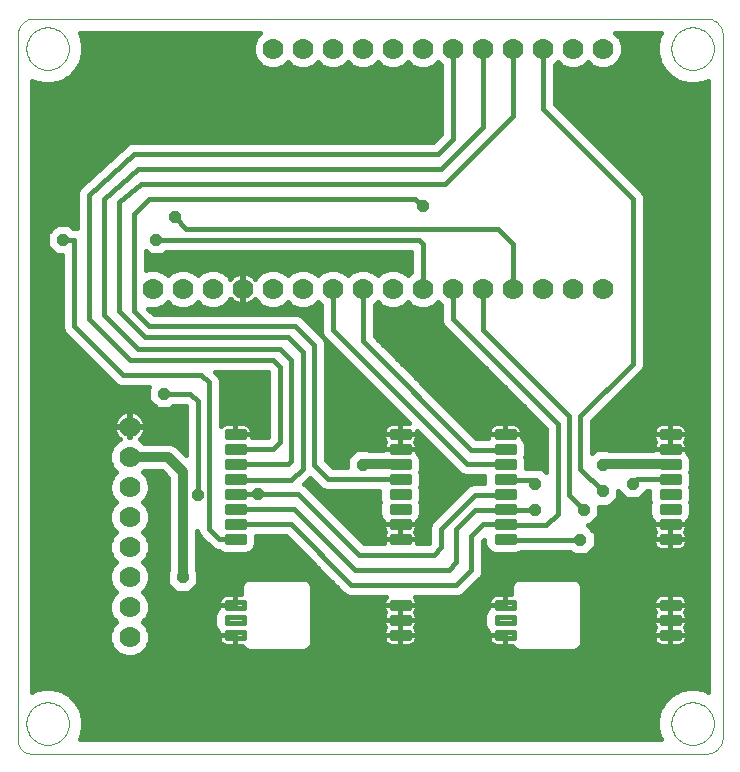
<source format=gtl>
G75*
G70*
%OFA0B0*%
%FSLAX24Y24*%
%IPPOS*%
%LPD*%
%AMOC8*
5,1,8,0,0,1.08239X$1,22.5*
%
%ADD10C,0.0000*%
%ADD11C,0.0700*%
%ADD12C,0.0177*%
%ADD13C,0.0320*%
%ADD14OC8,0.0396*%
%ADD15C,0.0160*%
D10*
X001631Y002180D02*
X024150Y002180D01*
X024194Y002182D01*
X024237Y002187D01*
X024280Y002196D01*
X024322Y002209D01*
X024363Y002225D01*
X024402Y002244D01*
X024440Y002266D01*
X024476Y002292D01*
X024509Y002320D01*
X024540Y002351D01*
X024568Y002384D01*
X024594Y002420D01*
X024616Y002458D01*
X024635Y002497D01*
X024651Y002538D01*
X024664Y002580D01*
X024673Y002623D01*
X024678Y002666D01*
X024680Y002710D01*
X024680Y026150D01*
X024678Y026194D01*
X024673Y026237D01*
X024664Y026280D01*
X024651Y026322D01*
X024635Y026363D01*
X024616Y026402D01*
X024594Y026440D01*
X024568Y026476D01*
X024540Y026509D01*
X024509Y026540D01*
X024476Y026568D01*
X024440Y026594D01*
X024402Y026616D01*
X024363Y026635D01*
X024322Y026651D01*
X024280Y026664D01*
X024237Y026673D01*
X024194Y026678D01*
X024150Y026680D01*
X001710Y026680D01*
X001666Y026678D01*
X001623Y026673D01*
X001580Y026664D01*
X001538Y026651D01*
X001497Y026635D01*
X001458Y026616D01*
X001420Y026594D01*
X001384Y026568D01*
X001351Y026540D01*
X001320Y026509D01*
X001292Y026476D01*
X001266Y026440D01*
X001244Y026402D01*
X001225Y026363D01*
X001209Y026322D01*
X001196Y026280D01*
X001187Y026237D01*
X001182Y026194D01*
X001180Y026150D01*
X001180Y002631D01*
X001182Y002589D01*
X001188Y002548D01*
X001197Y002508D01*
X001210Y002468D01*
X001227Y002430D01*
X001248Y002394D01*
X001271Y002359D01*
X001298Y002327D01*
X001327Y002298D01*
X001359Y002271D01*
X001394Y002248D01*
X001430Y002227D01*
X001468Y002210D01*
X001508Y002197D01*
X001548Y002188D01*
X001589Y002182D01*
X001631Y002180D01*
X001473Y003180D02*
X001475Y003233D01*
X001481Y003285D01*
X001491Y003337D01*
X001504Y003388D01*
X001522Y003438D01*
X001543Y003487D01*
X001568Y003534D01*
X001596Y003578D01*
X001627Y003621D01*
X001662Y003661D01*
X001699Y003698D01*
X001739Y003733D01*
X001782Y003764D01*
X001827Y003792D01*
X001873Y003817D01*
X001922Y003838D01*
X001972Y003856D01*
X002023Y003869D01*
X002075Y003879D01*
X002127Y003885D01*
X002180Y003887D01*
X002233Y003885D01*
X002285Y003879D01*
X002337Y003869D01*
X002388Y003856D01*
X002438Y003838D01*
X002487Y003817D01*
X002534Y003792D01*
X002578Y003764D01*
X002621Y003733D01*
X002661Y003698D01*
X002698Y003661D01*
X002733Y003621D01*
X002764Y003578D01*
X002792Y003533D01*
X002817Y003487D01*
X002838Y003438D01*
X002856Y003388D01*
X002869Y003337D01*
X002879Y003285D01*
X002885Y003233D01*
X002887Y003180D01*
X002885Y003127D01*
X002879Y003075D01*
X002869Y003023D01*
X002856Y002972D01*
X002838Y002922D01*
X002817Y002873D01*
X002792Y002826D01*
X002764Y002782D01*
X002733Y002739D01*
X002698Y002699D01*
X002661Y002662D01*
X002621Y002627D01*
X002578Y002596D01*
X002533Y002568D01*
X002487Y002543D01*
X002438Y002522D01*
X002388Y002504D01*
X002337Y002491D01*
X002285Y002481D01*
X002233Y002475D01*
X002180Y002473D01*
X002127Y002475D01*
X002075Y002481D01*
X002023Y002491D01*
X001972Y002504D01*
X001922Y002522D01*
X001873Y002543D01*
X001826Y002568D01*
X001782Y002596D01*
X001739Y002627D01*
X001699Y002662D01*
X001662Y002699D01*
X001627Y002739D01*
X001596Y002782D01*
X001568Y002827D01*
X001543Y002873D01*
X001522Y002922D01*
X001504Y002972D01*
X001491Y003023D01*
X001481Y003075D01*
X001475Y003127D01*
X001473Y003180D01*
X001473Y025680D02*
X001475Y025733D01*
X001481Y025785D01*
X001491Y025837D01*
X001504Y025888D01*
X001522Y025938D01*
X001543Y025987D01*
X001568Y026034D01*
X001596Y026078D01*
X001627Y026121D01*
X001662Y026161D01*
X001699Y026198D01*
X001739Y026233D01*
X001782Y026264D01*
X001827Y026292D01*
X001873Y026317D01*
X001922Y026338D01*
X001972Y026356D01*
X002023Y026369D01*
X002075Y026379D01*
X002127Y026385D01*
X002180Y026387D01*
X002233Y026385D01*
X002285Y026379D01*
X002337Y026369D01*
X002388Y026356D01*
X002438Y026338D01*
X002487Y026317D01*
X002534Y026292D01*
X002578Y026264D01*
X002621Y026233D01*
X002661Y026198D01*
X002698Y026161D01*
X002733Y026121D01*
X002764Y026078D01*
X002792Y026033D01*
X002817Y025987D01*
X002838Y025938D01*
X002856Y025888D01*
X002869Y025837D01*
X002879Y025785D01*
X002885Y025733D01*
X002887Y025680D01*
X002885Y025627D01*
X002879Y025575D01*
X002869Y025523D01*
X002856Y025472D01*
X002838Y025422D01*
X002817Y025373D01*
X002792Y025326D01*
X002764Y025282D01*
X002733Y025239D01*
X002698Y025199D01*
X002661Y025162D01*
X002621Y025127D01*
X002578Y025096D01*
X002533Y025068D01*
X002487Y025043D01*
X002438Y025022D01*
X002388Y025004D01*
X002337Y024991D01*
X002285Y024981D01*
X002233Y024975D01*
X002180Y024973D01*
X002127Y024975D01*
X002075Y024981D01*
X002023Y024991D01*
X001972Y025004D01*
X001922Y025022D01*
X001873Y025043D01*
X001826Y025068D01*
X001782Y025096D01*
X001739Y025127D01*
X001699Y025162D01*
X001662Y025199D01*
X001627Y025239D01*
X001596Y025282D01*
X001568Y025327D01*
X001543Y025373D01*
X001522Y025422D01*
X001504Y025472D01*
X001491Y025523D01*
X001481Y025575D01*
X001475Y025627D01*
X001473Y025680D01*
X022973Y025680D02*
X022975Y025733D01*
X022981Y025785D01*
X022991Y025837D01*
X023004Y025888D01*
X023022Y025938D01*
X023043Y025987D01*
X023068Y026034D01*
X023096Y026078D01*
X023127Y026121D01*
X023162Y026161D01*
X023199Y026198D01*
X023239Y026233D01*
X023282Y026264D01*
X023327Y026292D01*
X023373Y026317D01*
X023422Y026338D01*
X023472Y026356D01*
X023523Y026369D01*
X023575Y026379D01*
X023627Y026385D01*
X023680Y026387D01*
X023733Y026385D01*
X023785Y026379D01*
X023837Y026369D01*
X023888Y026356D01*
X023938Y026338D01*
X023987Y026317D01*
X024034Y026292D01*
X024078Y026264D01*
X024121Y026233D01*
X024161Y026198D01*
X024198Y026161D01*
X024233Y026121D01*
X024264Y026078D01*
X024292Y026033D01*
X024317Y025987D01*
X024338Y025938D01*
X024356Y025888D01*
X024369Y025837D01*
X024379Y025785D01*
X024385Y025733D01*
X024387Y025680D01*
X024385Y025627D01*
X024379Y025575D01*
X024369Y025523D01*
X024356Y025472D01*
X024338Y025422D01*
X024317Y025373D01*
X024292Y025326D01*
X024264Y025282D01*
X024233Y025239D01*
X024198Y025199D01*
X024161Y025162D01*
X024121Y025127D01*
X024078Y025096D01*
X024033Y025068D01*
X023987Y025043D01*
X023938Y025022D01*
X023888Y025004D01*
X023837Y024991D01*
X023785Y024981D01*
X023733Y024975D01*
X023680Y024973D01*
X023627Y024975D01*
X023575Y024981D01*
X023523Y024991D01*
X023472Y025004D01*
X023422Y025022D01*
X023373Y025043D01*
X023326Y025068D01*
X023282Y025096D01*
X023239Y025127D01*
X023199Y025162D01*
X023162Y025199D01*
X023127Y025239D01*
X023096Y025282D01*
X023068Y025327D01*
X023043Y025373D01*
X023022Y025422D01*
X023004Y025472D01*
X022991Y025523D01*
X022981Y025575D01*
X022975Y025627D01*
X022973Y025680D01*
X022973Y003180D02*
X022975Y003233D01*
X022981Y003285D01*
X022991Y003337D01*
X023004Y003388D01*
X023022Y003438D01*
X023043Y003487D01*
X023068Y003534D01*
X023096Y003578D01*
X023127Y003621D01*
X023162Y003661D01*
X023199Y003698D01*
X023239Y003733D01*
X023282Y003764D01*
X023327Y003792D01*
X023373Y003817D01*
X023422Y003838D01*
X023472Y003856D01*
X023523Y003869D01*
X023575Y003879D01*
X023627Y003885D01*
X023680Y003887D01*
X023733Y003885D01*
X023785Y003879D01*
X023837Y003869D01*
X023888Y003856D01*
X023938Y003838D01*
X023987Y003817D01*
X024034Y003792D01*
X024078Y003764D01*
X024121Y003733D01*
X024161Y003698D01*
X024198Y003661D01*
X024233Y003621D01*
X024264Y003578D01*
X024292Y003533D01*
X024317Y003487D01*
X024338Y003438D01*
X024356Y003388D01*
X024369Y003337D01*
X024379Y003285D01*
X024385Y003233D01*
X024387Y003180D01*
X024385Y003127D01*
X024379Y003075D01*
X024369Y003023D01*
X024356Y002972D01*
X024338Y002922D01*
X024317Y002873D01*
X024292Y002826D01*
X024264Y002782D01*
X024233Y002739D01*
X024198Y002699D01*
X024161Y002662D01*
X024121Y002627D01*
X024078Y002596D01*
X024033Y002568D01*
X023987Y002543D01*
X023938Y002522D01*
X023888Y002504D01*
X023837Y002491D01*
X023785Y002481D01*
X023733Y002475D01*
X023680Y002473D01*
X023627Y002475D01*
X023575Y002481D01*
X023523Y002491D01*
X023472Y002504D01*
X023422Y002522D01*
X023373Y002543D01*
X023326Y002568D01*
X023282Y002596D01*
X023239Y002627D01*
X023199Y002662D01*
X023162Y002699D01*
X023127Y002739D01*
X023096Y002782D01*
X023068Y002827D01*
X023043Y002873D01*
X023022Y002922D01*
X023004Y002972D01*
X022991Y003023D01*
X022981Y003075D01*
X022975Y003127D01*
X022973Y003180D01*
D11*
X020680Y017680D03*
X019680Y017680D03*
X018680Y017680D03*
X017680Y017680D03*
X016680Y017680D03*
X015680Y017680D03*
X014680Y017680D03*
X013680Y017680D03*
X012680Y017680D03*
X011680Y017680D03*
X010680Y017680D03*
X009680Y017680D03*
X008680Y017680D03*
X007680Y017680D03*
X006680Y017680D03*
X005680Y017680D03*
X004910Y013070D03*
X004910Y012070D03*
X004910Y011070D03*
X004910Y010070D03*
X004910Y009070D03*
X004910Y008070D03*
X004910Y007070D03*
X004910Y006070D03*
X009680Y025680D03*
X010680Y025680D03*
X011680Y025680D03*
X012680Y025680D03*
X013680Y025680D03*
X014680Y025680D03*
X015680Y025680D03*
X016680Y025680D03*
X017680Y025680D03*
X018680Y025680D03*
X019680Y025680D03*
X020680Y025680D03*
D12*
X022643Y012741D02*
X023217Y012741D01*
X022643Y012741D02*
X022643Y012919D01*
X023217Y012919D01*
X023217Y012741D01*
X023217Y012917D02*
X022643Y012917D01*
X022643Y012241D02*
X023217Y012241D01*
X022643Y012241D02*
X022643Y012419D01*
X023217Y012419D01*
X023217Y012241D01*
X023217Y012417D02*
X022643Y012417D01*
X022643Y011741D02*
X023217Y011741D01*
X022643Y011741D02*
X022643Y011919D01*
X023217Y011919D01*
X023217Y011741D01*
X023217Y011917D02*
X022643Y011917D01*
X022643Y011241D02*
X023217Y011241D01*
X022643Y011241D02*
X022643Y011419D01*
X023217Y011419D01*
X023217Y011241D01*
X023217Y011417D02*
X022643Y011417D01*
X022643Y010741D02*
X023217Y010741D01*
X022643Y010741D02*
X022643Y010919D01*
X023217Y010919D01*
X023217Y010741D01*
X023217Y010917D02*
X022643Y010917D01*
X022643Y010241D02*
X023217Y010241D01*
X022643Y010241D02*
X022643Y010419D01*
X023217Y010419D01*
X023217Y010241D01*
X023217Y010417D02*
X022643Y010417D01*
X022643Y009741D02*
X023217Y009741D01*
X022643Y009741D02*
X022643Y009919D01*
X023217Y009919D01*
X023217Y009741D01*
X023217Y009917D02*
X022643Y009917D01*
X022643Y009241D02*
X023217Y009241D01*
X022643Y009241D02*
X022643Y009419D01*
X023217Y009419D01*
X023217Y009241D01*
X023217Y009417D02*
X022643Y009417D01*
X022643Y007048D02*
X023217Y007048D01*
X022643Y007048D02*
X022643Y007226D01*
X023217Y007226D01*
X023217Y007048D01*
X023217Y007224D02*
X022643Y007224D01*
X022643Y006548D02*
X023217Y006548D01*
X022643Y006548D02*
X022643Y006726D01*
X023217Y006726D01*
X023217Y006548D01*
X023217Y006724D02*
X022643Y006724D01*
X022643Y006048D02*
X023217Y006048D01*
X022643Y006048D02*
X022643Y006226D01*
X023217Y006226D01*
X023217Y006048D01*
X023217Y006224D02*
X022643Y006224D01*
X017717Y006048D02*
X017143Y006048D01*
X017143Y006226D01*
X017717Y006226D01*
X017717Y006048D01*
X017717Y006224D02*
X017143Y006224D01*
X017143Y006548D02*
X017717Y006548D01*
X017143Y006548D02*
X017143Y006726D01*
X017717Y006726D01*
X017717Y006548D01*
X017717Y006724D02*
X017143Y006724D01*
X017143Y007048D02*
X017717Y007048D01*
X017143Y007048D02*
X017143Y007226D01*
X017717Y007226D01*
X017717Y007048D01*
X017717Y007224D02*
X017143Y007224D01*
X017143Y009241D02*
X017717Y009241D01*
X017143Y009241D02*
X017143Y009419D01*
X017717Y009419D01*
X017717Y009241D01*
X017717Y009417D02*
X017143Y009417D01*
X017143Y009741D02*
X017717Y009741D01*
X017143Y009741D02*
X017143Y009919D01*
X017717Y009919D01*
X017717Y009741D01*
X017717Y009917D02*
X017143Y009917D01*
X017143Y010241D02*
X017717Y010241D01*
X017143Y010241D02*
X017143Y010419D01*
X017717Y010419D01*
X017717Y010241D01*
X017717Y010417D02*
X017143Y010417D01*
X017143Y010741D02*
X017717Y010741D01*
X017143Y010741D02*
X017143Y010919D01*
X017717Y010919D01*
X017717Y010741D01*
X017717Y010917D02*
X017143Y010917D01*
X017143Y011241D02*
X017717Y011241D01*
X017143Y011241D02*
X017143Y011419D01*
X017717Y011419D01*
X017717Y011241D01*
X017717Y011417D02*
X017143Y011417D01*
X017143Y011741D02*
X017717Y011741D01*
X017143Y011741D02*
X017143Y011919D01*
X017717Y011919D01*
X017717Y011741D01*
X017717Y011917D02*
X017143Y011917D01*
X017143Y012241D02*
X017717Y012241D01*
X017143Y012241D02*
X017143Y012419D01*
X017717Y012419D01*
X017717Y012241D01*
X017717Y012417D02*
X017143Y012417D01*
X017143Y012741D02*
X017717Y012741D01*
X017143Y012741D02*
X017143Y012919D01*
X017717Y012919D01*
X017717Y012741D01*
X017717Y012917D02*
X017143Y012917D01*
X014217Y012741D02*
X013643Y012741D01*
X013643Y012919D01*
X014217Y012919D01*
X014217Y012741D01*
X014217Y012917D02*
X013643Y012917D01*
X013643Y012241D02*
X014217Y012241D01*
X013643Y012241D02*
X013643Y012419D01*
X014217Y012419D01*
X014217Y012241D01*
X014217Y012417D02*
X013643Y012417D01*
X013643Y011741D02*
X014217Y011741D01*
X013643Y011741D02*
X013643Y011919D01*
X014217Y011919D01*
X014217Y011741D01*
X014217Y011917D02*
X013643Y011917D01*
X013643Y011241D02*
X014217Y011241D01*
X013643Y011241D02*
X013643Y011419D01*
X014217Y011419D01*
X014217Y011241D01*
X014217Y011417D02*
X013643Y011417D01*
X013643Y010741D02*
X014217Y010741D01*
X013643Y010741D02*
X013643Y010919D01*
X014217Y010919D01*
X014217Y010741D01*
X014217Y010917D02*
X013643Y010917D01*
X013643Y010241D02*
X014217Y010241D01*
X013643Y010241D02*
X013643Y010419D01*
X014217Y010419D01*
X014217Y010241D01*
X014217Y010417D02*
X013643Y010417D01*
X013643Y009741D02*
X014217Y009741D01*
X013643Y009741D02*
X013643Y009919D01*
X014217Y009919D01*
X014217Y009741D01*
X014217Y009917D02*
X013643Y009917D01*
X013643Y009241D02*
X014217Y009241D01*
X013643Y009241D02*
X013643Y009419D01*
X014217Y009419D01*
X014217Y009241D01*
X014217Y009417D02*
X013643Y009417D01*
X013643Y007048D02*
X014217Y007048D01*
X013643Y007048D02*
X013643Y007226D01*
X014217Y007226D01*
X014217Y007048D01*
X014217Y007224D02*
X013643Y007224D01*
X013643Y006548D02*
X014217Y006548D01*
X013643Y006548D02*
X013643Y006726D01*
X014217Y006726D01*
X014217Y006548D01*
X014217Y006724D02*
X013643Y006724D01*
X013643Y006048D02*
X014217Y006048D01*
X013643Y006048D02*
X013643Y006226D01*
X014217Y006226D01*
X014217Y006048D01*
X014217Y006224D02*
X013643Y006224D01*
X008717Y006048D02*
X008143Y006048D01*
X008143Y006226D01*
X008717Y006226D01*
X008717Y006048D01*
X008717Y006224D02*
X008143Y006224D01*
X008143Y006548D02*
X008717Y006548D01*
X008143Y006548D02*
X008143Y006726D01*
X008717Y006726D01*
X008717Y006548D01*
X008717Y006724D02*
X008143Y006724D01*
X008143Y007048D02*
X008717Y007048D01*
X008143Y007048D02*
X008143Y007226D01*
X008717Y007226D01*
X008717Y007048D01*
X008717Y007224D02*
X008143Y007224D01*
X008143Y009241D02*
X008717Y009241D01*
X008143Y009241D02*
X008143Y009419D01*
X008717Y009419D01*
X008717Y009241D01*
X008717Y009417D02*
X008143Y009417D01*
X008143Y009741D02*
X008717Y009741D01*
X008143Y009741D02*
X008143Y009919D01*
X008717Y009919D01*
X008717Y009741D01*
X008717Y009917D02*
X008143Y009917D01*
X008143Y010241D02*
X008717Y010241D01*
X008143Y010241D02*
X008143Y010419D01*
X008717Y010419D01*
X008717Y010241D01*
X008717Y010417D02*
X008143Y010417D01*
X008143Y010741D02*
X008717Y010741D01*
X008143Y010741D02*
X008143Y010919D01*
X008717Y010919D01*
X008717Y010741D01*
X008717Y010917D02*
X008143Y010917D01*
X008143Y011241D02*
X008717Y011241D01*
X008143Y011241D02*
X008143Y011419D01*
X008717Y011419D01*
X008717Y011241D01*
X008717Y011417D02*
X008143Y011417D01*
X008143Y011741D02*
X008717Y011741D01*
X008143Y011741D02*
X008143Y011919D01*
X008717Y011919D01*
X008717Y011741D01*
X008717Y011917D02*
X008143Y011917D01*
X008143Y012241D02*
X008717Y012241D01*
X008143Y012241D02*
X008143Y012419D01*
X008717Y012419D01*
X008717Y012241D01*
X008717Y012417D02*
X008143Y012417D01*
X008143Y012741D02*
X008717Y012741D01*
X008143Y012741D02*
X008143Y012919D01*
X008717Y012919D01*
X008717Y012741D01*
X008717Y012917D02*
X008143Y012917D01*
D13*
X006680Y011570D02*
X006180Y012070D01*
X004910Y012070D01*
X006680Y011570D02*
X006680Y008055D01*
X012680Y011805D02*
X012705Y011830D01*
X013930Y011830D01*
X020680Y011805D02*
X020830Y011830D01*
X022930Y011830D01*
D14*
X021680Y011180D03*
X020680Y010930D03*
X020680Y011805D03*
X020055Y010305D03*
X019930Y009305D03*
X018430Y010305D03*
X018430Y011180D03*
X018055Y013305D03*
X021743Y009680D03*
X021555Y006055D03*
X013055Y009680D03*
X012680Y011805D03*
X013180Y013305D03*
X009055Y013305D03*
X009180Y010830D03*
X007180Y010805D03*
X006680Y008055D03*
X006055Y014180D03*
X005805Y019305D03*
X006430Y020055D03*
X002680Y019305D03*
X014680Y020430D03*
X012430Y006055D03*
D15*
X013375Y006022D02*
X013385Y005970D01*
X013406Y005921D01*
X013435Y005877D01*
X013472Y005839D01*
X013516Y005810D01*
X013565Y005790D01*
X013617Y005780D01*
X013921Y005780D01*
X013921Y006128D01*
X013375Y006128D01*
X013375Y006022D01*
X013382Y005984D02*
X011000Y005984D01*
X011000Y005866D02*
X011000Y007744D01*
X010951Y007861D01*
X010861Y007951D01*
X010744Y008000D01*
X008866Y008000D01*
X008749Y007951D01*
X008659Y007861D01*
X008610Y007744D01*
X008610Y007494D01*
X008439Y007494D01*
X008439Y007145D01*
X008421Y007145D01*
X008421Y007134D01*
X008062Y007134D01*
X008048Y007128D01*
X007875Y007128D01*
X007875Y007035D01*
X007797Y006957D01*
X007735Y006807D01*
X007735Y006467D01*
X007797Y006317D01*
X007875Y006239D01*
X007875Y006145D01*
X008048Y006145D01*
X008062Y006140D01*
X008421Y006140D01*
X008421Y006128D01*
X007875Y006128D01*
X007875Y006022D01*
X007885Y005970D01*
X007906Y005921D01*
X007935Y005877D01*
X007972Y005839D01*
X008016Y005810D01*
X008065Y005790D01*
X008117Y005780D01*
X008421Y005780D01*
X008421Y006128D01*
X008439Y006128D01*
X008439Y005780D01*
X008646Y005780D01*
X008659Y005749D01*
X008749Y005659D01*
X008866Y005610D01*
X010744Y005610D01*
X010861Y005659D01*
X010951Y005749D01*
X011000Y005866D01*
X010983Y005826D02*
X013493Y005826D01*
X013921Y005826D02*
X013939Y005826D01*
X013939Y005780D02*
X014243Y005780D01*
X014295Y005790D01*
X014344Y005810D01*
X014388Y005839D01*
X014425Y005877D01*
X014454Y005921D01*
X014475Y005970D01*
X014485Y006022D01*
X014485Y006128D01*
X013939Y006128D01*
X013939Y006145D01*
X014485Y006145D01*
X014485Y006252D01*
X014475Y006304D01*
X014454Y006352D01*
X014432Y006387D01*
X014454Y006421D01*
X014475Y006470D01*
X014485Y006522D01*
X014485Y006628D01*
X013939Y006628D01*
X013939Y006645D01*
X014485Y006645D01*
X014485Y006752D01*
X014475Y006804D01*
X014454Y006852D01*
X014432Y006887D01*
X014454Y006921D01*
X014475Y006970D01*
X014485Y007022D01*
X014485Y007128D01*
X013939Y007128D01*
X013939Y007145D01*
X014485Y007145D01*
X014485Y007252D01*
X016875Y007252D01*
X016875Y007145D01*
X017421Y007145D01*
X017421Y007134D01*
X017062Y007134D01*
X017048Y007128D01*
X016875Y007128D01*
X016875Y007035D01*
X016797Y006957D01*
X016735Y006807D01*
X016735Y006467D01*
X016797Y006317D01*
X016875Y006239D01*
X016875Y006145D01*
X017048Y006145D01*
X017062Y006140D01*
X017421Y006140D01*
X017421Y006128D01*
X016875Y006128D01*
X016875Y006022D01*
X016885Y005970D01*
X016906Y005921D01*
X016935Y005877D01*
X016972Y005839D01*
X017016Y005810D01*
X017065Y005790D01*
X017117Y005780D01*
X017421Y005780D01*
X017421Y006128D01*
X017439Y006128D01*
X017439Y005780D01*
X017646Y005780D01*
X017659Y005749D01*
X017749Y005659D01*
X017866Y005610D01*
X019744Y005610D01*
X019861Y005659D01*
X019951Y005749D01*
X020000Y005866D01*
X020000Y007744D01*
X019951Y007861D01*
X019861Y007951D01*
X019744Y008000D01*
X017866Y008000D01*
X017749Y007951D01*
X017659Y007861D01*
X017610Y007744D01*
X017610Y007494D01*
X017439Y007494D01*
X017439Y007145D01*
X017421Y007145D01*
X017421Y007494D01*
X017117Y007494D01*
X017065Y007484D01*
X017016Y007463D01*
X016972Y007434D01*
X016935Y007396D01*
X016906Y007352D01*
X016885Y007304D01*
X016875Y007252D01*
X016875Y007094D02*
X014485Y007094D01*
X014485Y007252D02*
X014475Y007304D01*
X014454Y007352D01*
X014425Y007396D01*
X014417Y007405D01*
X015885Y007405D01*
X016032Y007466D01*
X016532Y007966D01*
X016644Y008078D01*
X016705Y008225D01*
X016705Y009264D01*
X016735Y009294D01*
X016735Y009160D01*
X016797Y009010D01*
X016912Y008895D01*
X017062Y008832D01*
X017798Y008832D01*
X017948Y008895D01*
X017958Y008905D01*
X019597Y008905D01*
X019715Y008787D01*
X020145Y008787D01*
X020448Y009090D01*
X020448Y009520D01*
X020181Y009787D01*
X020270Y009787D01*
X020573Y010090D01*
X020573Y010412D01*
X020895Y010412D01*
X021198Y010715D01*
X021198Y010929D01*
X021465Y010662D01*
X021895Y010662D01*
X022162Y010930D01*
X022235Y010930D01*
X022235Y010660D01*
X022268Y010580D01*
X022235Y010499D01*
X022235Y010160D01*
X022297Y010010D01*
X022375Y009932D01*
X022375Y009838D01*
X022548Y009838D01*
X022562Y009832D01*
X022921Y009832D01*
X022921Y009821D01*
X022375Y009821D01*
X022375Y009715D01*
X022385Y009663D01*
X022406Y009614D01*
X022428Y009580D01*
X022406Y009545D01*
X022385Y009497D01*
X022375Y009445D01*
X022375Y009338D01*
X022921Y009338D01*
X022921Y009321D01*
X022375Y009321D01*
X022375Y009215D01*
X022385Y009163D01*
X022406Y009114D01*
X022435Y009070D01*
X022472Y009032D01*
X022516Y009003D01*
X022565Y008983D01*
X022617Y008972D01*
X022921Y008972D01*
X022921Y009321D01*
X022939Y009321D01*
X022939Y009338D01*
X023485Y009338D01*
X023485Y009445D01*
X023475Y009497D01*
X023454Y009545D01*
X023432Y009580D01*
X023454Y009614D01*
X023475Y009663D01*
X023485Y009715D01*
X023485Y009821D01*
X022939Y009821D01*
X022939Y009832D01*
X023298Y009832D01*
X023312Y009838D01*
X023485Y009838D01*
X023485Y009932D01*
X023563Y010010D01*
X023625Y010160D01*
X023625Y010499D01*
X023592Y010580D01*
X023625Y010660D01*
X023625Y010999D01*
X023592Y011080D01*
X023625Y011160D01*
X023625Y011499D01*
X023592Y011580D01*
X023625Y011660D01*
X023625Y011999D01*
X023563Y012150D01*
X023485Y012227D01*
X023485Y012321D01*
X023312Y012321D01*
X023298Y012327D01*
X022939Y012327D01*
X022939Y012338D01*
X023485Y012338D01*
X023485Y012445D01*
X023475Y012497D01*
X023454Y012545D01*
X023432Y012580D01*
X023454Y012614D01*
X023475Y012663D01*
X023485Y012715D01*
X023485Y012821D01*
X022939Y012821D01*
X022939Y012838D01*
X023485Y012838D01*
X023485Y012945D01*
X023475Y012997D01*
X023454Y013045D01*
X023425Y013089D01*
X023388Y013127D01*
X023344Y013156D01*
X023295Y013176D01*
X023243Y013187D01*
X022939Y013187D01*
X022939Y012838D01*
X022921Y012838D01*
X022921Y012821D01*
X022375Y012821D01*
X022375Y012715D01*
X022385Y012663D01*
X022406Y012614D01*
X022428Y012580D01*
X022406Y012545D01*
X022385Y012497D01*
X022375Y012445D01*
X022375Y012338D01*
X022921Y012338D01*
X022921Y012327D01*
X022562Y012327D01*
X022548Y012321D01*
X022375Y012321D01*
X022375Y012310D01*
X020908Y012310D01*
X020895Y012323D01*
X020465Y012323D01*
X020330Y012188D01*
X020330Y013264D01*
X022019Y014953D01*
X022080Y015100D01*
X022080Y020760D01*
X022019Y020907D01*
X021907Y021019D01*
X019080Y023846D01*
X019080Y025132D01*
X019180Y025232D01*
X019300Y025112D01*
X019547Y025010D01*
X019813Y025010D01*
X020060Y025112D01*
X020180Y025232D01*
X020300Y025112D01*
X020547Y025010D01*
X020813Y025010D01*
X021060Y025112D01*
X021248Y025300D01*
X021350Y025547D01*
X021350Y025813D01*
X021248Y026060D01*
X021108Y026200D01*
X022610Y026200D01*
X022574Y026138D01*
X022493Y025836D01*
X022493Y025524D01*
X022574Y025222D01*
X022730Y024951D01*
X022951Y024730D01*
X023222Y024574D01*
X023524Y024493D01*
X023836Y024493D01*
X024138Y024574D01*
X024200Y024610D01*
X024200Y004250D01*
X024138Y004286D01*
X023836Y004367D01*
X023524Y004367D01*
X023222Y004286D01*
X022951Y004130D01*
X022730Y003909D01*
X022574Y003638D01*
X022493Y003336D01*
X022493Y003024D01*
X022574Y002722D01*
X022610Y002660D01*
X003250Y002660D01*
X003286Y002722D01*
X003367Y003024D01*
X003367Y003336D01*
X003286Y003638D01*
X003130Y003909D01*
X002909Y004130D01*
X002638Y004286D01*
X002336Y004367D01*
X002024Y004367D01*
X001722Y004286D01*
X001660Y004250D01*
X001660Y024610D01*
X001722Y024574D01*
X002024Y024493D01*
X002336Y024493D01*
X002638Y024574D01*
X002909Y024730D01*
X003130Y024951D01*
X003286Y025222D01*
X003367Y025524D01*
X003367Y025836D01*
X003286Y026138D01*
X003250Y026200D01*
X009252Y026200D01*
X009112Y026060D01*
X009010Y025813D01*
X009010Y025547D01*
X009112Y025300D01*
X009300Y025112D01*
X009547Y025010D01*
X009813Y025010D01*
X010060Y025112D01*
X010180Y025232D01*
X010300Y025112D01*
X010547Y025010D01*
X010813Y025010D01*
X011060Y025112D01*
X011180Y025232D01*
X011300Y025112D01*
X011547Y025010D01*
X011813Y025010D01*
X012060Y025112D01*
X012180Y025232D01*
X012300Y025112D01*
X012547Y025010D01*
X012813Y025010D01*
X013060Y025112D01*
X013180Y025232D01*
X013300Y025112D01*
X013547Y025010D01*
X013813Y025010D01*
X014060Y025112D01*
X014180Y025232D01*
X014300Y025112D01*
X014547Y025010D01*
X014813Y025010D01*
X015060Y025112D01*
X015180Y025232D01*
X015280Y025132D01*
X015280Y022846D01*
X015014Y022580D01*
X005064Y022580D01*
X004993Y022583D01*
X004984Y022580D01*
X004975Y022580D01*
X004910Y022553D01*
X004843Y022529D01*
X004837Y022523D01*
X004828Y022519D01*
X004778Y022469D01*
X003337Y021148D01*
X003328Y021144D01*
X003278Y021094D01*
X003226Y021046D01*
X003222Y021038D01*
X003216Y021032D01*
X003189Y020966D01*
X003159Y020902D01*
X003158Y020893D01*
X003155Y020885D01*
X003155Y020814D01*
X003152Y020743D01*
X003155Y020734D01*
X003155Y019697D01*
X003135Y019705D01*
X003013Y019705D01*
X002895Y019823D01*
X002465Y019823D01*
X002162Y019520D01*
X002162Y019090D01*
X002465Y018787D01*
X002655Y018787D01*
X002655Y016350D01*
X002716Y016203D01*
X004453Y014466D01*
X004600Y014405D01*
X005547Y014405D01*
X005537Y014395D01*
X005537Y013965D01*
X005840Y013662D01*
X006270Y013662D01*
X006388Y013780D01*
X006764Y013780D01*
X006780Y013764D01*
X006780Y012149D01*
X006587Y012342D01*
X006452Y012477D01*
X006275Y012550D01*
X005378Y012550D01*
X005290Y012638D01*
X005243Y012657D01*
X005255Y012666D01*
X005314Y012725D01*
X005363Y012792D01*
X005401Y012867D01*
X005427Y012946D01*
X005440Y013028D01*
X005440Y013052D01*
X004928Y013052D01*
X004928Y013088D01*
X004892Y013088D01*
X004892Y013052D01*
X004380Y013052D01*
X004380Y013028D01*
X004393Y012946D01*
X004419Y012867D01*
X004457Y012792D01*
X004506Y012725D01*
X004565Y012666D01*
X004577Y012657D01*
X004530Y012638D01*
X004342Y012450D01*
X004240Y012203D01*
X004240Y011937D01*
X004342Y011690D01*
X001660Y011690D01*
X001660Y011532D02*
X004424Y011532D01*
X004462Y011570D02*
X004342Y011450D01*
X004240Y011203D01*
X004240Y010937D01*
X004342Y010690D01*
X004462Y010570D01*
X004342Y010450D01*
X004240Y010203D01*
X004240Y009937D01*
X004342Y009690D01*
X004462Y009570D01*
X004342Y009450D01*
X004240Y009203D01*
X004240Y008937D01*
X004342Y008690D01*
X004462Y008570D01*
X004342Y008450D01*
X004240Y008203D01*
X001660Y008203D01*
X001660Y008045D02*
X004240Y008045D01*
X004240Y007937D02*
X004342Y007690D01*
X004462Y007570D01*
X004342Y007450D01*
X004240Y007203D01*
X004240Y006937D01*
X004342Y006690D01*
X004462Y006570D01*
X004342Y006450D01*
X004240Y006203D01*
X004240Y005937D01*
X004342Y005690D01*
X004530Y005502D01*
X004777Y005400D01*
X005043Y005400D01*
X005290Y005502D01*
X005478Y005690D01*
X005580Y005937D01*
X005580Y006203D01*
X005478Y006450D01*
X005358Y006570D01*
X005478Y006690D01*
X005580Y006937D01*
X005580Y007203D01*
X005478Y007450D01*
X005358Y007570D01*
X005478Y007690D01*
X005580Y007937D01*
X005580Y008203D01*
X006162Y008203D01*
X006162Y008270D02*
X006162Y007840D01*
X006465Y007537D01*
X006895Y007537D01*
X007198Y007840D01*
X007198Y008270D01*
X007160Y008308D01*
X007160Y009588D01*
X007216Y009453D01*
X007328Y009341D01*
X007679Y008991D01*
X007826Y008930D01*
X007877Y008930D01*
X007912Y008895D01*
X008062Y008832D01*
X008798Y008832D01*
X008948Y008895D01*
X009063Y009010D01*
X009125Y009160D01*
X009125Y009430D01*
X010115Y009430D01*
X011966Y007578D01*
X012078Y007466D01*
X012225Y007405D01*
X013443Y007405D01*
X013435Y007396D01*
X013406Y007352D01*
X013385Y007304D01*
X013375Y007252D01*
X011000Y007252D01*
X011000Y007094D02*
X013375Y007094D01*
X013375Y007128D02*
X013375Y007022D01*
X013385Y006970D01*
X013406Y006921D01*
X013428Y006887D01*
X013406Y006852D01*
X013385Y006804D01*
X013375Y006752D01*
X013375Y006645D01*
X013921Y006645D01*
X013921Y006628D01*
X013375Y006628D01*
X013375Y006522D01*
X013385Y006470D01*
X013406Y006421D01*
X013428Y006387D01*
X013406Y006352D01*
X013385Y006304D01*
X013375Y006252D01*
X013375Y006145D01*
X013921Y006145D01*
X013921Y006128D01*
X013939Y006128D01*
X013939Y005780D01*
X013921Y005984D02*
X013939Y005984D01*
X013939Y006143D02*
X017055Y006143D01*
X016882Y005984D02*
X014478Y005984D01*
X014367Y005826D02*
X016993Y005826D01*
X017421Y005826D02*
X017439Y005826D01*
X017439Y005984D02*
X017421Y005984D01*
X017740Y005667D02*
X010870Y005667D01*
X011000Y006143D02*
X013921Y006143D01*
X013921Y006145D02*
X013921Y006628D01*
X013939Y006628D01*
X013939Y006280D01*
X013939Y006145D01*
X013921Y006145D01*
X013921Y006301D02*
X013939Y006301D01*
X013939Y006460D02*
X013921Y006460D01*
X013921Y006618D02*
X013939Y006618D01*
X013939Y006645D02*
X013921Y006645D01*
X013921Y007128D01*
X013375Y007128D01*
X013375Y007145D02*
X013921Y007145D01*
X013921Y007128D01*
X013939Y007128D01*
X013939Y006994D01*
X013939Y006645D01*
X013939Y006777D02*
X013921Y006777D01*
X013921Y006935D02*
X013939Y006935D01*
X013939Y007094D02*
X013921Y007094D01*
X013400Y006935D02*
X011000Y006935D01*
X011000Y006777D02*
X013380Y006777D01*
X013375Y006618D02*
X011000Y006618D01*
X011000Y006460D02*
X013390Y006460D01*
X013385Y006301D02*
X011000Y006301D01*
X011000Y007411D02*
X012212Y007411D01*
X011975Y007569D02*
X011000Y007569D01*
X011000Y007728D02*
X011817Y007728D01*
X011658Y007886D02*
X010927Y007886D01*
X011341Y008203D02*
X007198Y008203D01*
X007198Y008045D02*
X011500Y008045D01*
X011183Y008362D02*
X007160Y008362D01*
X007160Y008520D02*
X011024Y008520D01*
X010866Y008679D02*
X007160Y008679D01*
X007160Y008837D02*
X008051Y008837D01*
X007674Y008996D02*
X007160Y008996D01*
X007160Y009154D02*
X007515Y009154D01*
X007357Y009313D02*
X007160Y009313D01*
X007160Y009471D02*
X007209Y009471D01*
X007555Y009680D02*
X007555Y014555D01*
X007305Y014805D01*
X004680Y014805D01*
X003055Y016430D01*
X003055Y019305D01*
X002680Y019305D01*
X002416Y019774D02*
X001660Y019774D01*
X001660Y019932D02*
X003155Y019932D01*
X003155Y019774D02*
X002944Y019774D01*
X003155Y020091D02*
X001660Y020091D01*
X001660Y020249D02*
X003155Y020249D01*
X003155Y020408D02*
X001660Y020408D01*
X001660Y020566D02*
X003155Y020566D01*
X003155Y020725D02*
X001660Y020725D01*
X001660Y020883D02*
X003155Y020883D01*
X003224Y021042D02*
X001660Y021042D01*
X001660Y021200D02*
X003394Y021200D01*
X003567Y021359D02*
X001660Y021359D01*
X001660Y021517D02*
X003740Y021517D01*
X003913Y021676D02*
X001660Y021676D01*
X001660Y021834D02*
X004086Y021834D01*
X004259Y021993D02*
X001660Y021993D01*
X001660Y022151D02*
X004431Y022151D01*
X004604Y022310D02*
X001660Y022310D01*
X001660Y022468D02*
X004777Y022468D01*
X005055Y022180D02*
X003555Y020805D01*
X003555Y016680D01*
X004930Y015305D01*
X009680Y015305D01*
X009930Y015055D01*
X009930Y012555D01*
X009705Y012330D01*
X008430Y012330D01*
X008439Y012827D02*
X008439Y012838D01*
X008985Y012838D01*
X008985Y012945D01*
X008975Y012997D01*
X008954Y013045D01*
X008925Y013089D01*
X008888Y013127D01*
X008844Y013156D01*
X008795Y013176D01*
X008743Y013187D01*
X008439Y013187D01*
X008439Y012838D01*
X008421Y012838D01*
X008421Y013187D01*
X008117Y013187D01*
X008065Y013176D01*
X008016Y013156D01*
X007972Y013127D01*
X007955Y013109D01*
X007955Y014635D01*
X007894Y014782D01*
X007771Y014905D01*
X009514Y014905D01*
X009530Y014889D01*
X009530Y012730D01*
X008985Y012730D01*
X008985Y012821D01*
X008812Y012821D01*
X008798Y012827D01*
X008439Y012827D01*
X008439Y012958D02*
X008421Y012958D01*
X008421Y013117D02*
X008439Y013117D01*
X008898Y013117D02*
X009530Y013117D01*
X009530Y013275D02*
X007955Y013275D01*
X007955Y013117D02*
X007962Y013117D01*
X007955Y013434D02*
X009530Y013434D01*
X009530Y013592D02*
X007955Y013592D01*
X007955Y013751D02*
X009530Y013751D01*
X009530Y013909D02*
X007955Y013909D01*
X007955Y014068D02*
X009530Y014068D01*
X009530Y014226D02*
X007955Y014226D01*
X007955Y014385D02*
X009530Y014385D01*
X009530Y014543D02*
X007955Y014543D01*
X007927Y014702D02*
X009530Y014702D01*
X009530Y014860D02*
X007816Y014860D01*
X006930Y014180D02*
X007180Y013930D01*
X007180Y010805D01*
X006200Y010739D02*
X005498Y010739D01*
X005478Y010690D02*
X005580Y010937D01*
X005580Y011203D01*
X005478Y011450D01*
X005358Y011570D01*
X005378Y011590D01*
X005981Y011590D01*
X006200Y011371D01*
X006200Y008308D01*
X006162Y008270D01*
X006200Y008362D02*
X005514Y008362D01*
X005478Y008450D02*
X005358Y008570D01*
X005478Y008690D01*
X005580Y008937D01*
X005580Y009203D01*
X005478Y009450D01*
X005358Y009570D01*
X005478Y009690D01*
X005580Y009937D01*
X005580Y010203D01*
X005478Y010450D01*
X005358Y010570D01*
X005478Y010690D01*
X005368Y010581D02*
X006200Y010581D01*
X006200Y010422D02*
X005489Y010422D01*
X005555Y010264D02*
X006200Y010264D01*
X006200Y010105D02*
X005580Y010105D01*
X005580Y009947D02*
X006200Y009947D01*
X006200Y009788D02*
X005518Y009788D01*
X005417Y009630D02*
X006200Y009630D01*
X006200Y009471D02*
X005457Y009471D01*
X005535Y009313D02*
X006200Y009313D01*
X006200Y009154D02*
X005580Y009154D01*
X005580Y008996D02*
X006200Y008996D01*
X006200Y008837D02*
X005539Y008837D01*
X005466Y008679D02*
X006200Y008679D01*
X006200Y008520D02*
X005408Y008520D01*
X005478Y008450D02*
X005580Y008203D01*
X005580Y008045D02*
X006162Y008045D01*
X006162Y007886D02*
X005559Y007886D01*
X005493Y007728D02*
X006275Y007728D01*
X006433Y007569D02*
X005359Y007569D01*
X005494Y007411D02*
X007949Y007411D01*
X007935Y007396D02*
X007906Y007352D01*
X007885Y007304D01*
X007875Y007252D01*
X005560Y007252D01*
X005580Y007094D02*
X007875Y007094D01*
X007875Y007145D02*
X008421Y007145D01*
X008421Y007494D01*
X008117Y007494D01*
X008065Y007484D01*
X008016Y007463D01*
X007972Y007434D01*
X007935Y007396D01*
X007875Y007252D02*
X007875Y007145D01*
X007788Y006935D02*
X005579Y006935D01*
X005514Y006777D02*
X007735Y006777D01*
X007735Y006618D02*
X005406Y006618D01*
X005468Y006460D02*
X007738Y006460D01*
X007813Y006301D02*
X005540Y006301D01*
X005580Y006143D02*
X008055Y006143D01*
X007882Y005984D02*
X005580Y005984D01*
X005534Y005826D02*
X007993Y005826D01*
X008421Y005826D02*
X008439Y005826D01*
X008439Y005984D02*
X008421Y005984D01*
X008740Y005667D02*
X005455Y005667D01*
X005296Y005509D02*
X024200Y005509D01*
X024200Y005667D02*
X019870Y005667D01*
X019983Y005826D02*
X022493Y005826D01*
X022472Y005839D02*
X022516Y005810D01*
X022565Y005790D01*
X022617Y005780D01*
X022921Y005780D01*
X022921Y006128D01*
X022375Y006128D01*
X022375Y006022D01*
X022385Y005970D01*
X022406Y005921D01*
X022435Y005877D01*
X022472Y005839D01*
X022382Y005984D02*
X020000Y005984D01*
X020000Y006143D02*
X022921Y006143D01*
X022921Y006145D02*
X022921Y006128D01*
X022939Y006128D01*
X022939Y006145D01*
X023485Y006145D01*
X023485Y006252D01*
X023475Y006304D01*
X023454Y006352D01*
X023432Y006387D01*
X023454Y006421D01*
X023475Y006470D01*
X023485Y006522D01*
X023485Y006628D01*
X022939Y006628D01*
X022939Y006645D01*
X023485Y006645D01*
X023485Y006752D01*
X023475Y006804D01*
X023454Y006852D01*
X023432Y006887D01*
X023454Y006921D01*
X023475Y006970D01*
X023485Y007022D01*
X023485Y007128D01*
X022939Y007128D01*
X022939Y007145D01*
X023485Y007145D01*
X023485Y007252D01*
X024200Y007252D01*
X024200Y007094D02*
X023485Y007094D01*
X023485Y007252D02*
X023475Y007304D01*
X023454Y007352D01*
X023425Y007396D01*
X023388Y007434D01*
X023344Y007463D01*
X023295Y007484D01*
X023243Y007494D01*
X022939Y007494D01*
X022939Y007145D01*
X022921Y007145D01*
X022921Y007128D01*
X022375Y007128D01*
X022375Y007022D01*
X022385Y006970D01*
X022406Y006921D01*
X022428Y006887D01*
X022406Y006852D01*
X022385Y006804D01*
X022375Y006752D01*
X022375Y006645D01*
X022921Y006645D01*
X022921Y006628D01*
X022375Y006628D01*
X022375Y006522D01*
X022385Y006470D01*
X022406Y006421D01*
X022428Y006387D01*
X022406Y006352D01*
X022385Y006304D01*
X022375Y006252D01*
X022375Y006145D01*
X022921Y006145D01*
X022921Y006628D01*
X022939Y006628D01*
X022939Y006280D01*
X022939Y006145D01*
X022921Y006145D01*
X022939Y006143D02*
X024200Y006143D01*
X024200Y006301D02*
X023475Y006301D01*
X023470Y006460D02*
X024200Y006460D01*
X024200Y006618D02*
X023485Y006618D01*
X023480Y006777D02*
X024200Y006777D01*
X024200Y006935D02*
X023460Y006935D01*
X023411Y007411D02*
X024200Y007411D01*
X024200Y007569D02*
X020000Y007569D01*
X020000Y007411D02*
X022449Y007411D01*
X022435Y007396D02*
X022406Y007352D01*
X022385Y007304D01*
X022375Y007252D01*
X020000Y007252D01*
X020000Y007094D02*
X022375Y007094D01*
X022375Y007145D02*
X022921Y007145D01*
X022921Y007494D01*
X022617Y007494D01*
X022565Y007484D01*
X022516Y007463D01*
X022472Y007434D01*
X022435Y007396D01*
X022375Y007252D02*
X022375Y007145D01*
X022400Y006935D02*
X020000Y006935D01*
X020000Y006777D02*
X022380Y006777D01*
X022375Y006618D02*
X020000Y006618D01*
X020000Y006460D02*
X022390Y006460D01*
X022385Y006301D02*
X020000Y006301D01*
X020000Y007728D02*
X024200Y007728D01*
X024200Y007886D02*
X019927Y007886D01*
X019665Y008837D02*
X017809Y008837D01*
X017455Y009305D02*
X017430Y009330D01*
X017455Y009305D02*
X019930Y009305D01*
X020338Y009630D02*
X022399Y009630D01*
X022375Y009788D02*
X020271Y009788D01*
X020429Y009947D02*
X022360Y009947D01*
X022258Y010105D02*
X020573Y010105D01*
X020573Y010264D02*
X022235Y010264D01*
X022235Y010422D02*
X020905Y010422D01*
X021063Y010581D02*
X022268Y010581D01*
X022235Y010739D02*
X021972Y010739D01*
X022130Y010898D02*
X022235Y010898D01*
X021830Y011330D02*
X021680Y011180D01*
X021830Y011330D02*
X022930Y011330D01*
X023625Y011373D02*
X024200Y011373D01*
X024200Y011215D02*
X023625Y011215D01*
X023602Y011056D02*
X024200Y011056D01*
X024200Y010898D02*
X023625Y010898D01*
X023625Y010739D02*
X024200Y010739D01*
X024200Y010581D02*
X023592Y010581D01*
X023625Y010422D02*
X024200Y010422D01*
X024200Y010264D02*
X023625Y010264D01*
X023602Y010105D02*
X024200Y010105D01*
X024200Y009947D02*
X023500Y009947D01*
X023485Y009788D02*
X024200Y009788D01*
X024200Y009630D02*
X023461Y009630D01*
X023480Y009471D02*
X024200Y009471D01*
X024200Y009313D02*
X023485Y009313D01*
X023485Y009321D02*
X022939Y009321D01*
X022939Y008972D01*
X023243Y008972D01*
X023295Y008983D01*
X023344Y009003D01*
X023388Y009032D01*
X023425Y009070D01*
X023454Y009114D01*
X023475Y009163D01*
X023485Y009215D01*
X023485Y009321D01*
X023471Y009154D02*
X024200Y009154D01*
X024200Y008996D02*
X023326Y008996D01*
X022939Y008996D02*
X022921Y008996D01*
X022921Y009154D02*
X022939Y009154D01*
X022939Y009313D02*
X022921Y009313D01*
X022921Y009338D02*
X022921Y009687D01*
X022921Y009821D01*
X022939Y009821D01*
X022939Y009338D01*
X022921Y009338D01*
X022921Y009471D02*
X022939Y009471D01*
X022939Y009630D02*
X022921Y009630D01*
X022921Y009788D02*
X022939Y009788D01*
X022380Y009471D02*
X020448Y009471D01*
X020448Y009313D02*
X022375Y009313D01*
X022389Y009154D02*
X020448Y009154D01*
X020353Y008996D02*
X022534Y008996D01*
X022921Y007411D02*
X022939Y007411D01*
X022939Y007252D02*
X022921Y007252D01*
X022921Y007128D02*
X022939Y007128D01*
X022939Y006780D01*
X022939Y006645D01*
X022921Y006645D01*
X022921Y007128D01*
X022921Y007094D02*
X022939Y007094D01*
X022939Y006935D02*
X022921Y006935D01*
X022921Y006777D02*
X022939Y006777D01*
X022939Y006618D02*
X022921Y006618D01*
X022921Y006460D02*
X022939Y006460D01*
X022939Y006301D02*
X022921Y006301D01*
X022939Y006128D02*
X023485Y006128D01*
X023485Y006022D01*
X023475Y005970D01*
X023454Y005921D01*
X023425Y005877D01*
X023388Y005839D01*
X023344Y005810D01*
X023295Y005790D01*
X023243Y005780D01*
X022939Y005780D01*
X022939Y006128D01*
X022939Y005984D02*
X022921Y005984D01*
X022921Y005826D02*
X022939Y005826D01*
X023367Y005826D02*
X024200Y005826D01*
X024200Y005984D02*
X023478Y005984D01*
X024200Y005350D02*
X001660Y005350D01*
X001660Y005192D02*
X024200Y005192D01*
X024200Y005033D02*
X001660Y005033D01*
X001660Y004875D02*
X024200Y004875D01*
X024200Y004716D02*
X001660Y004716D01*
X001660Y004558D02*
X024200Y004558D01*
X024200Y004399D02*
X001660Y004399D01*
X002717Y004241D02*
X023143Y004241D01*
X022903Y004082D02*
X002957Y004082D01*
X003115Y003924D02*
X022745Y003924D01*
X022647Y003765D02*
X003213Y003765D01*
X003295Y003607D02*
X022565Y003607D01*
X022523Y003448D02*
X003337Y003448D01*
X003367Y003290D02*
X022493Y003290D01*
X022493Y003131D02*
X003367Y003131D01*
X003353Y002973D02*
X022507Y002973D01*
X022549Y002814D02*
X003311Y002814D01*
X004524Y005509D02*
X001660Y005509D01*
X001660Y005667D02*
X004365Y005667D01*
X004286Y005826D02*
X001660Y005826D01*
X001660Y005984D02*
X004240Y005984D01*
X004240Y006143D02*
X001660Y006143D01*
X001660Y006301D02*
X004280Y006301D01*
X004352Y006460D02*
X001660Y006460D01*
X001660Y006618D02*
X004414Y006618D01*
X004306Y006777D02*
X001660Y006777D01*
X001660Y006935D02*
X004241Y006935D01*
X004240Y007094D02*
X001660Y007094D01*
X001660Y007252D02*
X004260Y007252D01*
X004326Y007411D02*
X001660Y007411D01*
X001660Y007569D02*
X004461Y007569D01*
X004327Y007728D02*
X001660Y007728D01*
X001660Y007886D02*
X004261Y007886D01*
X004240Y007937D02*
X004240Y008203D01*
X004306Y008362D02*
X001660Y008362D01*
X001660Y008520D02*
X004412Y008520D01*
X004354Y008679D02*
X001660Y008679D01*
X001660Y008837D02*
X004281Y008837D01*
X004240Y008996D02*
X001660Y008996D01*
X001660Y009154D02*
X004240Y009154D01*
X004285Y009313D02*
X001660Y009313D01*
X001660Y009471D02*
X004363Y009471D01*
X004403Y009630D02*
X001660Y009630D01*
X001660Y009788D02*
X004302Y009788D01*
X004240Y009947D02*
X001660Y009947D01*
X001660Y010105D02*
X004240Y010105D01*
X004265Y010264D02*
X001660Y010264D01*
X001660Y010422D02*
X004331Y010422D01*
X004452Y010581D02*
X001660Y010581D01*
X001660Y010739D02*
X004322Y010739D01*
X004256Y010898D02*
X001660Y010898D01*
X001660Y011056D02*
X004240Y011056D01*
X004245Y011215D02*
X001660Y011215D01*
X001660Y011373D02*
X004310Y011373D01*
X004462Y011570D02*
X004342Y011690D01*
X004277Y011849D02*
X001660Y011849D01*
X001660Y012007D02*
X004240Y012007D01*
X004240Y012166D02*
X001660Y012166D01*
X001660Y012324D02*
X004290Y012324D01*
X004375Y012483D02*
X001660Y012483D01*
X001660Y012641D02*
X004538Y012641D01*
X004453Y012800D02*
X001660Y012800D01*
X001660Y012958D02*
X004391Y012958D01*
X004380Y013088D02*
X004892Y013088D01*
X004892Y013600D01*
X004868Y013600D01*
X004786Y013587D01*
X004707Y013561D01*
X004632Y013523D01*
X004565Y013474D01*
X004506Y013415D01*
X004457Y013348D01*
X004419Y013273D01*
X004393Y013194D01*
X004380Y013112D01*
X004380Y013088D01*
X004381Y013117D02*
X001660Y013117D01*
X001660Y013275D02*
X004420Y013275D01*
X004524Y013434D02*
X001660Y013434D01*
X001660Y013592D02*
X004818Y013592D01*
X004892Y013592D02*
X004928Y013592D01*
X004928Y013600D02*
X004928Y013088D01*
X005440Y013088D01*
X005440Y013112D01*
X005427Y013194D01*
X005401Y013273D01*
X005363Y013348D01*
X005314Y013415D01*
X005255Y013474D01*
X005188Y013523D01*
X005113Y013561D01*
X005034Y013587D01*
X004952Y013600D01*
X004928Y013600D01*
X005002Y013592D02*
X006780Y013592D01*
X006780Y013434D02*
X005296Y013434D01*
X005400Y013275D02*
X006780Y013275D01*
X006780Y013117D02*
X005439Y013117D01*
X005429Y012958D02*
X006780Y012958D01*
X006780Y012800D02*
X005367Y012800D01*
X005282Y012641D02*
X006780Y012641D01*
X006780Y012483D02*
X006438Y012483D01*
X006605Y012324D02*
X006780Y012324D01*
X006763Y012166D02*
X006780Y012166D01*
X006040Y011532D02*
X005396Y011532D01*
X005510Y011373D02*
X006198Y011373D01*
X006200Y011215D02*
X005575Y011215D01*
X005580Y011056D02*
X006200Y011056D01*
X006200Y010898D02*
X005564Y010898D01*
X004928Y012740D02*
X004892Y012740D01*
X004892Y013052D01*
X004928Y013052D01*
X004928Y012740D01*
X004928Y012800D02*
X004892Y012800D01*
X004892Y012958D02*
X004928Y012958D01*
X004928Y013117D02*
X004892Y013117D01*
X004892Y013275D02*
X004928Y013275D01*
X004928Y013434D02*
X004892Y013434D01*
X005593Y013909D02*
X001660Y013909D01*
X001660Y013751D02*
X005752Y013751D01*
X005537Y014068D02*
X001660Y014068D01*
X001660Y014226D02*
X005537Y014226D01*
X005537Y014385D02*
X001660Y014385D01*
X001660Y014543D02*
X004376Y014543D01*
X004218Y014702D02*
X001660Y014702D01*
X001660Y014860D02*
X004059Y014860D01*
X003901Y015019D02*
X001660Y015019D01*
X001660Y015177D02*
X003742Y015177D01*
X003584Y015336D02*
X001660Y015336D01*
X001660Y015494D02*
X003425Y015494D01*
X003267Y015653D02*
X001660Y015653D01*
X001660Y015811D02*
X003108Y015811D01*
X002950Y015970D02*
X001660Y015970D01*
X001660Y016128D02*
X002791Y016128D01*
X002681Y016287D02*
X001660Y016287D01*
X001660Y016445D02*
X002655Y016445D01*
X002655Y016604D02*
X001660Y016604D01*
X001660Y016762D02*
X002655Y016762D01*
X002655Y016921D02*
X001660Y016921D01*
X001660Y017079D02*
X002655Y017079D01*
X002655Y017238D02*
X001660Y017238D01*
X001660Y017396D02*
X002655Y017396D01*
X002655Y017555D02*
X001660Y017555D01*
X001660Y017713D02*
X002655Y017713D01*
X002655Y017872D02*
X001660Y017872D01*
X001660Y018030D02*
X002655Y018030D01*
X002655Y018189D02*
X001660Y018189D01*
X001660Y018347D02*
X002655Y018347D01*
X002655Y018506D02*
X001660Y018506D01*
X001660Y018664D02*
X002655Y018664D01*
X002430Y018823D02*
X001660Y018823D01*
X001660Y018981D02*
X002271Y018981D01*
X002162Y019140D02*
X001660Y019140D01*
X001660Y019298D02*
X002162Y019298D01*
X002162Y019457D02*
X001660Y019457D01*
X001660Y019615D02*
X002257Y019615D01*
X004055Y020680D02*
X004055Y016805D01*
X005180Y015680D01*
X009930Y015680D01*
X010305Y015305D01*
X010305Y011930D01*
X010205Y011830D01*
X008430Y011830D01*
X008430Y011330D02*
X008455Y011305D01*
X010305Y011305D01*
X010680Y011680D01*
X010680Y015555D01*
X010180Y016055D01*
X005430Y016055D01*
X004555Y016930D01*
X004555Y020555D01*
X005305Y021180D01*
X015430Y021180D01*
X017680Y023430D01*
X017680Y025680D01*
X016680Y025680D02*
X016680Y023055D01*
X015305Y021680D01*
X005180Y021680D01*
X004055Y020680D01*
X005055Y020180D02*
X005055Y016930D01*
X005555Y016430D01*
X010430Y016430D01*
X011055Y015805D01*
X011055Y011805D01*
X011530Y011330D01*
X013930Y011330D01*
X013235Y010930D02*
X013235Y010660D01*
X013268Y010580D01*
X013235Y010499D01*
X013235Y010160D01*
X013297Y010010D01*
X013375Y009932D01*
X013375Y009838D01*
X013548Y009838D01*
X013562Y009832D01*
X013921Y009832D01*
X013921Y009821D01*
X013375Y009821D01*
X013375Y009715D01*
X013385Y009663D01*
X013406Y009614D01*
X013428Y009580D01*
X013406Y009545D01*
X013385Y009497D01*
X013375Y009445D01*
X013375Y009338D01*
X013921Y009338D01*
X013921Y009321D01*
X013375Y009321D01*
X013375Y009215D01*
X013377Y009205D01*
X012721Y009205D01*
X010757Y011169D01*
X010741Y011175D01*
X010930Y011364D01*
X011304Y010991D01*
X011451Y010930D01*
X011610Y010930D01*
X013235Y010930D01*
X013235Y010898D02*
X011028Y010898D01*
X010870Y011056D02*
X011238Y011056D01*
X011080Y011215D02*
X010780Y011215D01*
X010530Y010830D02*
X012555Y008805D01*
X015055Y008805D01*
X015305Y009055D01*
X015305Y009680D01*
X016430Y010805D01*
X017405Y010805D01*
X017430Y010830D01*
X017430Y010330D02*
X017455Y010305D01*
X018430Y010305D01*
X018805Y009805D02*
X017455Y009805D01*
X017430Y009830D01*
X016705Y009830D01*
X016305Y009430D01*
X016305Y008305D01*
X015805Y007805D01*
X012305Y007805D01*
X010280Y009830D01*
X008430Y009830D01*
X008430Y010330D02*
X010405Y010330D01*
X012430Y008305D01*
X015555Y008305D01*
X015805Y008555D01*
X015805Y009680D01*
X016430Y010305D01*
X017405Y010305D01*
X017430Y010330D01*
X017455Y011305D02*
X017430Y011330D01*
X017455Y011305D02*
X018305Y011305D01*
X018430Y011180D01*
X018780Y011563D02*
X018645Y011698D01*
X018401Y011698D01*
X018385Y011705D01*
X018125Y011705D01*
X018125Y011999D01*
X018092Y012080D01*
X018125Y012160D01*
X018125Y012499D01*
X018063Y012650D01*
X017985Y012727D01*
X017985Y012821D01*
X017812Y012821D01*
X017798Y012827D01*
X017439Y012827D01*
X017439Y012838D01*
X017985Y012838D01*
X017985Y012945D01*
X017975Y012997D01*
X017954Y013045D01*
X017925Y013089D01*
X017888Y013127D01*
X017844Y013156D01*
X017795Y013176D01*
X017743Y013187D01*
X017439Y013187D01*
X017439Y012838D01*
X017421Y012838D01*
X017421Y012827D01*
X017062Y012827D01*
X017048Y012821D01*
X016875Y012821D01*
X016875Y012727D01*
X016853Y012705D01*
X016471Y012705D01*
X013080Y016096D01*
X013080Y017132D01*
X013180Y017232D01*
X013300Y017112D01*
X013547Y017010D01*
X013813Y017010D01*
X014060Y017112D01*
X014180Y017232D01*
X014300Y017112D01*
X014547Y017010D01*
X014813Y017010D01*
X015060Y017112D01*
X015180Y017232D01*
X015280Y017132D01*
X015280Y016600D01*
X015341Y016453D01*
X018780Y013014D01*
X018780Y011563D01*
X018780Y011690D02*
X018653Y011690D01*
X018780Y011849D02*
X018125Y011849D01*
X018122Y012007D02*
X018780Y012007D01*
X018780Y012166D02*
X018125Y012166D01*
X018125Y012324D02*
X018780Y012324D01*
X018780Y012483D02*
X018125Y012483D01*
X018066Y012641D02*
X018780Y012641D01*
X018780Y012800D02*
X017985Y012800D01*
X017982Y012958D02*
X018780Y012958D01*
X018678Y013117D02*
X017898Y013117D01*
X018202Y013592D02*
X015584Y013592D01*
X015742Y013434D02*
X018361Y013434D01*
X018519Y013275D02*
X015901Y013275D01*
X016059Y013117D02*
X016962Y013117D01*
X016972Y013127D02*
X016935Y013089D01*
X016906Y013045D01*
X016885Y012997D01*
X016875Y012945D01*
X016875Y012838D01*
X017421Y012838D01*
X017421Y013187D01*
X017117Y013187D01*
X017065Y013176D01*
X017016Y013156D01*
X016972Y013127D01*
X016878Y012958D02*
X016218Y012958D01*
X016376Y012800D02*
X016875Y012800D01*
X017421Y012958D02*
X017439Y012958D01*
X017439Y013117D02*
X017421Y013117D01*
X018044Y013751D02*
X015425Y013751D01*
X015267Y013909D02*
X017885Y013909D01*
X017727Y014068D02*
X015108Y014068D01*
X014950Y014226D02*
X017568Y014226D01*
X017410Y014385D02*
X014791Y014385D01*
X014633Y014543D02*
X017251Y014543D01*
X017093Y014702D02*
X014474Y014702D01*
X014316Y014860D02*
X016934Y014860D01*
X016776Y015019D02*
X014157Y015019D01*
X013999Y015177D02*
X016617Y015177D01*
X016459Y015336D02*
X013840Y015336D01*
X013682Y015494D02*
X016300Y015494D01*
X016142Y015653D02*
X013523Y015653D01*
X013365Y015811D02*
X015983Y015811D01*
X015825Y015970D02*
X013206Y015970D01*
X013080Y016128D02*
X015666Y016128D01*
X015508Y016287D02*
X013080Y016287D01*
X013080Y016445D02*
X015349Y016445D01*
X015280Y016604D02*
X013080Y016604D01*
X013080Y016762D02*
X015280Y016762D01*
X015280Y016921D02*
X013080Y016921D01*
X013080Y017079D02*
X013380Y017079D01*
X012680Y017680D02*
X012680Y015930D01*
X016305Y012305D01*
X017405Y012305D01*
X017430Y012330D01*
X017430Y011830D02*
X016155Y011830D01*
X011680Y016305D01*
X011680Y017680D01*
X012180Y018128D02*
X012060Y018248D01*
X011813Y018350D01*
X011547Y018350D01*
X011300Y018248D01*
X011180Y018128D01*
X011060Y018248D01*
X010813Y018350D01*
X010547Y018350D01*
X010300Y018248D01*
X010180Y018128D01*
X010060Y018248D01*
X009813Y018350D01*
X009547Y018350D01*
X009300Y018248D01*
X009112Y018060D01*
X009093Y018013D01*
X009084Y018025D01*
X009025Y018084D01*
X008958Y018133D01*
X008883Y018171D01*
X008804Y018197D01*
X008722Y018210D01*
X008698Y018210D01*
X008698Y017698D01*
X008662Y017698D01*
X008662Y018210D01*
X008638Y018210D01*
X008556Y018197D01*
X008477Y018171D01*
X008402Y018133D01*
X008335Y018084D01*
X008276Y018025D01*
X008267Y018013D01*
X008248Y018060D01*
X008060Y018248D01*
X007813Y018350D01*
X007547Y018350D01*
X007300Y018248D01*
X007180Y018128D01*
X007060Y018248D01*
X006813Y018350D01*
X006547Y018350D01*
X006300Y018248D01*
X006180Y018128D01*
X006060Y018248D01*
X005813Y018350D01*
X005547Y018350D01*
X005455Y018312D01*
X005455Y018922D01*
X005590Y018787D01*
X006020Y018787D01*
X006138Y018905D01*
X014280Y018905D01*
X014280Y018228D01*
X014180Y018128D01*
X014060Y018248D01*
X013813Y018350D01*
X013547Y018350D01*
X013300Y018248D01*
X013180Y018128D01*
X013060Y018248D01*
X012813Y018350D01*
X012547Y018350D01*
X012300Y018248D01*
X012180Y018128D01*
X012119Y018189D02*
X012241Y018189D01*
X012540Y018347D02*
X011820Y018347D01*
X011540Y018347D02*
X010820Y018347D01*
X010540Y018347D02*
X009820Y018347D01*
X009540Y018347D02*
X007820Y018347D01*
X007540Y018347D02*
X006820Y018347D01*
X006540Y018347D02*
X005820Y018347D01*
X005540Y018347D02*
X005455Y018347D01*
X005455Y018506D02*
X014280Y018506D01*
X014280Y018664D02*
X005455Y018664D01*
X005455Y018823D02*
X005555Y018823D01*
X006055Y018823D02*
X014280Y018823D01*
X014680Y019180D02*
X014680Y017680D01*
X014980Y017079D02*
X015280Y017079D01*
X015680Y016680D02*
X019180Y013180D01*
X019180Y010180D01*
X018805Y009805D01*
X019555Y010805D02*
X020055Y010305D01*
X019555Y010805D02*
X019555Y013430D01*
X016680Y016305D01*
X016680Y017680D01*
X015680Y017680D02*
X015680Y016680D01*
X014380Y017079D02*
X013980Y017079D01*
X014119Y018189D02*
X014241Y018189D01*
X014280Y018347D02*
X013820Y018347D01*
X013540Y018347D02*
X012820Y018347D01*
X013119Y018189D02*
X013241Y018189D01*
X014555Y019305D02*
X014680Y019180D01*
X014555Y019305D02*
X005805Y019305D01*
X006430Y020055D02*
X006805Y019680D01*
X017180Y019680D01*
X017680Y019180D01*
X017680Y017680D01*
X014680Y020430D02*
X014430Y020680D01*
X005555Y020680D01*
X005055Y020180D01*
X005055Y022180D02*
X015180Y022180D01*
X015680Y022680D01*
X015680Y025680D01*
X015250Y025163D02*
X015110Y025163D01*
X015280Y025004D02*
X003160Y025004D01*
X003252Y025163D02*
X009250Y025163D01*
X009103Y025321D02*
X003313Y025321D01*
X003355Y025480D02*
X009038Y025480D01*
X009010Y025638D02*
X003367Y025638D01*
X003367Y025797D02*
X009010Y025797D01*
X009069Y025955D02*
X003335Y025955D01*
X003293Y026114D02*
X009166Y026114D01*
X010110Y025163D02*
X010250Y025163D01*
X011110Y025163D02*
X011250Y025163D01*
X012110Y025163D02*
X012250Y025163D01*
X013110Y025163D02*
X013250Y025163D01*
X014110Y025163D02*
X014250Y025163D01*
X015280Y024846D02*
X003024Y024846D01*
X002834Y024687D02*
X015280Y024687D01*
X015280Y024529D02*
X002469Y024529D01*
X001891Y024529D02*
X001660Y024529D01*
X001660Y024370D02*
X015280Y024370D01*
X015280Y024212D02*
X001660Y024212D01*
X001660Y024053D02*
X015280Y024053D01*
X015280Y023895D02*
X001660Y023895D01*
X001660Y023736D02*
X015280Y023736D01*
X015280Y023578D02*
X001660Y023578D01*
X001660Y023419D02*
X015280Y023419D01*
X015280Y023261D02*
X001660Y023261D01*
X001660Y023102D02*
X015280Y023102D01*
X015280Y022944D02*
X001660Y022944D01*
X001660Y022785D02*
X015219Y022785D01*
X015061Y022627D02*
X001660Y022627D01*
X006119Y018189D02*
X006241Y018189D01*
X007119Y018189D02*
X007241Y018189D01*
X008119Y018189D02*
X008530Y018189D01*
X008662Y018189D02*
X008698Y018189D01*
X008830Y018189D02*
X009241Y018189D01*
X009100Y018030D02*
X009080Y018030D01*
X008698Y018030D02*
X008662Y018030D01*
X008662Y017872D02*
X008698Y017872D01*
X008698Y017713D02*
X008662Y017713D01*
X008662Y017662D02*
X008698Y017662D01*
X008698Y017150D01*
X008722Y017150D01*
X008804Y017163D01*
X008883Y017189D01*
X008958Y017227D01*
X009025Y017276D01*
X009084Y017335D01*
X009093Y017347D01*
X009112Y017300D01*
X009300Y017112D01*
X009547Y017010D01*
X009813Y017010D01*
X010060Y017112D01*
X010180Y017232D01*
X010300Y017112D01*
X010547Y017010D01*
X010813Y017010D01*
X011060Y017112D01*
X011180Y017232D01*
X011280Y017132D01*
X011280Y016225D01*
X011336Y016089D01*
X010769Y016657D01*
X010657Y016769D01*
X010510Y016830D01*
X005721Y016830D01*
X005536Y017014D01*
X005547Y017010D01*
X005813Y017010D01*
X006060Y017112D01*
X006180Y017232D01*
X006300Y017112D01*
X006547Y017010D01*
X006813Y017010D01*
X007060Y017112D01*
X007180Y017232D01*
X007300Y017112D01*
X007547Y017010D01*
X007813Y017010D01*
X008060Y017112D01*
X008248Y017300D01*
X008267Y017347D01*
X008276Y017335D01*
X008335Y017276D01*
X008402Y017227D01*
X008477Y017189D01*
X008556Y017163D01*
X008638Y017150D01*
X008662Y017150D01*
X008662Y017662D01*
X008662Y017555D02*
X008698Y017555D01*
X008698Y017396D02*
X008662Y017396D01*
X008662Y017238D02*
X008698Y017238D01*
X008973Y017238D02*
X009175Y017238D01*
X009380Y017079D02*
X007980Y017079D01*
X008185Y017238D02*
X008387Y017238D01*
X008280Y018030D02*
X008260Y018030D01*
X007380Y017079D02*
X006980Y017079D01*
X006380Y017079D02*
X005980Y017079D01*
X005630Y016921D02*
X011280Y016921D01*
X011280Y017079D02*
X010980Y017079D01*
X011280Y016762D02*
X010664Y016762D01*
X010822Y016604D02*
X011280Y016604D01*
X011280Y016445D02*
X010981Y016445D01*
X011139Y016287D02*
X011280Y016287D01*
X011298Y016128D02*
X011320Y016128D01*
X011399Y016021D02*
X011453Y015966D01*
X014233Y013187D01*
X013939Y013187D01*
X013939Y012838D01*
X014485Y012838D01*
X014485Y012934D01*
X015929Y011491D01*
X016076Y011430D01*
X016235Y011430D01*
X016735Y011430D01*
X016735Y011205D01*
X016350Y011205D01*
X016203Y011144D01*
X016091Y011032D01*
X014966Y009907D01*
X014905Y009760D01*
X014905Y009221D01*
X014889Y009205D01*
X014483Y009205D01*
X014485Y009215D01*
X014485Y009321D01*
X013939Y009321D01*
X013939Y009338D01*
X014485Y009338D01*
X014485Y009445D01*
X014475Y009497D01*
X014454Y009545D01*
X014432Y009580D01*
X014454Y009614D01*
X014475Y009663D01*
X014485Y009715D01*
X014485Y009821D01*
X013939Y009821D01*
X013939Y009832D01*
X014298Y009832D01*
X014312Y009838D01*
X014485Y009838D01*
X014485Y009932D01*
X014563Y010010D01*
X014625Y010160D01*
X014625Y010499D01*
X014592Y010580D01*
X014625Y010660D01*
X014625Y010999D01*
X014592Y011080D01*
X014625Y011160D01*
X014625Y011499D01*
X014592Y011580D01*
X014625Y011660D01*
X014625Y011999D01*
X014563Y012150D01*
X014485Y012227D01*
X014485Y012321D01*
X014312Y012321D01*
X014298Y012327D01*
X013939Y012327D01*
X013939Y012338D01*
X014485Y012338D01*
X014485Y012445D01*
X014475Y012497D01*
X014454Y012545D01*
X014432Y012580D01*
X014454Y012614D01*
X014475Y012663D01*
X014485Y012715D01*
X014485Y012821D01*
X013939Y012821D01*
X013939Y012838D01*
X013921Y012838D01*
X013921Y012821D01*
X013375Y012821D01*
X013375Y012715D01*
X013385Y012663D01*
X013406Y012614D01*
X013428Y012580D01*
X013406Y012545D01*
X013385Y012497D01*
X013375Y012445D01*
X013375Y012338D01*
X013921Y012338D01*
X013921Y012327D01*
X013562Y012327D01*
X013548Y012321D01*
X013375Y012321D01*
X013375Y012310D01*
X012908Y012310D01*
X012895Y012323D01*
X012465Y012323D01*
X012162Y012020D01*
X012162Y011730D01*
X011696Y011730D01*
X011455Y011971D01*
X011455Y015885D01*
X011399Y016021D01*
X011420Y015970D02*
X011450Y015970D01*
X011455Y015811D02*
X011608Y015811D01*
X011455Y015653D02*
X011767Y015653D01*
X011925Y015494D02*
X011455Y015494D01*
X011455Y015336D02*
X012084Y015336D01*
X012242Y015177D02*
X011455Y015177D01*
X011455Y015019D02*
X012401Y015019D01*
X012559Y014860D02*
X011455Y014860D01*
X011455Y014702D02*
X012718Y014702D01*
X012876Y014543D02*
X011455Y014543D01*
X011455Y014385D02*
X013035Y014385D01*
X013193Y014226D02*
X011455Y014226D01*
X011455Y014068D02*
X013352Y014068D01*
X013510Y013909D02*
X011455Y013909D01*
X011455Y013751D02*
X013669Y013751D01*
X013827Y013592D02*
X011455Y013592D01*
X011455Y013434D02*
X013986Y013434D01*
X014144Y013275D02*
X011455Y013275D01*
X011455Y013117D02*
X013462Y013117D01*
X013472Y013127D02*
X013435Y013089D01*
X013406Y013045D01*
X013385Y012997D01*
X013375Y012945D01*
X013375Y012838D01*
X013921Y012838D01*
X013921Y013187D01*
X013617Y013187D01*
X013565Y013176D01*
X013516Y013156D01*
X013472Y013127D01*
X013378Y012958D02*
X011455Y012958D01*
X011455Y012800D02*
X013375Y012800D01*
X013394Y012641D02*
X011455Y012641D01*
X011455Y012483D02*
X013383Y012483D01*
X013556Y012324D02*
X011455Y012324D01*
X011455Y012166D02*
X012308Y012166D01*
X012162Y012007D02*
X011455Y012007D01*
X011577Y011849D02*
X012162Y011849D01*
X011187Y010739D02*
X013235Y010739D01*
X013268Y010581D02*
X011345Y010581D01*
X011504Y010422D02*
X013235Y010422D01*
X013235Y010264D02*
X011662Y010264D01*
X011821Y010105D02*
X013258Y010105D01*
X013360Y009947D02*
X011979Y009947D01*
X012138Y009788D02*
X013375Y009788D01*
X013399Y009630D02*
X012296Y009630D01*
X012455Y009471D02*
X013380Y009471D01*
X013375Y009313D02*
X012613Y009313D01*
X013921Y009338D02*
X013921Y009472D01*
X013921Y009821D01*
X013939Y009821D01*
X013939Y009338D01*
X013921Y009338D01*
X013921Y009471D02*
X013939Y009471D01*
X013939Y009630D02*
X013921Y009630D01*
X013921Y009788D02*
X013939Y009788D01*
X014461Y009630D02*
X014905Y009630D01*
X014917Y009788D02*
X014485Y009788D01*
X014500Y009947D02*
X015006Y009947D01*
X015164Y010105D02*
X014602Y010105D01*
X014625Y010264D02*
X015323Y010264D01*
X015481Y010422D02*
X014625Y010422D01*
X014592Y010581D02*
X015640Y010581D01*
X015798Y010739D02*
X014625Y010739D01*
X014625Y010898D02*
X015957Y010898D01*
X016115Y011056D02*
X014602Y011056D01*
X014625Y011215D02*
X016735Y011215D01*
X016735Y011373D02*
X014625Y011373D01*
X014612Y011532D02*
X015888Y011532D01*
X015729Y011690D02*
X014625Y011690D01*
X014625Y011849D02*
X015571Y011849D01*
X015412Y012007D02*
X014622Y012007D01*
X014547Y012166D02*
X015254Y012166D01*
X015095Y012324D02*
X014304Y012324D01*
X014477Y012483D02*
X014937Y012483D01*
X014778Y012641D02*
X014466Y012641D01*
X014485Y012800D02*
X014620Y012800D01*
X013939Y012800D02*
X013921Y012800D01*
X013921Y012821D02*
X013921Y012687D01*
X013921Y012338D01*
X013939Y012338D01*
X013939Y012821D01*
X013921Y012821D01*
X013921Y012958D02*
X013939Y012958D01*
X013939Y013117D02*
X013921Y013117D01*
X013921Y012641D02*
X013939Y012641D01*
X013939Y012483D02*
X013921Y012483D01*
X014480Y009471D02*
X014905Y009471D01*
X014905Y009313D02*
X014485Y009313D01*
X016135Y007569D02*
X017610Y007569D01*
X017610Y007728D02*
X016293Y007728D01*
X016452Y007886D02*
X017683Y007886D01*
X017439Y007411D02*
X017421Y007411D01*
X017421Y007252D02*
X017439Y007252D01*
X016949Y007411D02*
X015898Y007411D01*
X016610Y008045D02*
X024200Y008045D01*
X024200Y008203D02*
X016696Y008203D01*
X016705Y008362D02*
X024200Y008362D01*
X024200Y008520D02*
X016705Y008520D01*
X016705Y008679D02*
X024200Y008679D01*
X024200Y008837D02*
X020195Y008837D01*
X021198Y010739D02*
X021388Y010739D01*
X021230Y010898D02*
X021198Y010898D01*
X020680Y010930D02*
X019930Y011680D01*
X019930Y013430D01*
X021680Y015180D01*
X021680Y020680D01*
X018680Y023680D01*
X018680Y025680D01*
X019110Y025163D02*
X019250Y025163D01*
X019080Y025004D02*
X022700Y025004D01*
X022608Y025163D02*
X021110Y025163D01*
X021257Y025321D02*
X022547Y025321D01*
X022505Y025480D02*
X021322Y025480D01*
X021350Y025638D02*
X022493Y025638D01*
X022493Y025797D02*
X021350Y025797D01*
X021291Y025955D02*
X022525Y025955D01*
X022567Y026114D02*
X021194Y026114D01*
X020250Y025163D02*
X020110Y025163D01*
X019080Y024846D02*
X022836Y024846D01*
X023026Y024687D02*
X019080Y024687D01*
X019080Y024529D02*
X023391Y024529D01*
X023969Y024529D02*
X024200Y024529D01*
X024200Y024370D02*
X019080Y024370D01*
X019080Y024212D02*
X024200Y024212D01*
X024200Y024053D02*
X019080Y024053D01*
X019080Y023895D02*
X024200Y023895D01*
X024200Y023736D02*
X019190Y023736D01*
X019348Y023578D02*
X024200Y023578D01*
X024200Y023419D02*
X019507Y023419D01*
X019665Y023261D02*
X024200Y023261D01*
X024200Y023102D02*
X019824Y023102D01*
X019982Y022944D02*
X024200Y022944D01*
X024200Y022785D02*
X020141Y022785D01*
X020299Y022627D02*
X024200Y022627D01*
X024200Y022468D02*
X020458Y022468D01*
X020616Y022310D02*
X024200Y022310D01*
X024200Y022151D02*
X020775Y022151D01*
X020933Y021993D02*
X024200Y021993D01*
X024200Y021834D02*
X021092Y021834D01*
X021250Y021676D02*
X024200Y021676D01*
X024200Y021517D02*
X021409Y021517D01*
X021567Y021359D02*
X024200Y021359D01*
X024200Y021200D02*
X021726Y021200D01*
X021884Y021042D02*
X024200Y021042D01*
X024200Y020883D02*
X022029Y020883D01*
X022080Y020725D02*
X024200Y020725D01*
X024200Y020566D02*
X022080Y020566D01*
X022080Y020408D02*
X024200Y020408D01*
X024200Y020249D02*
X022080Y020249D01*
X022080Y020091D02*
X024200Y020091D01*
X024200Y019932D02*
X022080Y019932D01*
X022080Y019774D02*
X024200Y019774D01*
X024200Y019615D02*
X022080Y019615D01*
X022080Y019457D02*
X024200Y019457D01*
X024200Y019298D02*
X022080Y019298D01*
X022080Y019140D02*
X024200Y019140D01*
X024200Y018981D02*
X022080Y018981D01*
X022080Y018823D02*
X024200Y018823D01*
X024200Y018664D02*
X022080Y018664D01*
X022080Y018506D02*
X024200Y018506D01*
X024200Y018347D02*
X022080Y018347D01*
X022080Y018189D02*
X024200Y018189D01*
X024200Y018030D02*
X022080Y018030D01*
X022080Y017872D02*
X024200Y017872D01*
X024200Y017713D02*
X022080Y017713D01*
X022080Y017555D02*
X024200Y017555D01*
X024200Y017396D02*
X022080Y017396D01*
X022080Y017238D02*
X024200Y017238D01*
X024200Y017079D02*
X022080Y017079D01*
X022080Y016921D02*
X024200Y016921D01*
X024200Y016762D02*
X022080Y016762D01*
X022080Y016604D02*
X024200Y016604D01*
X024200Y016445D02*
X022080Y016445D01*
X022080Y016287D02*
X024200Y016287D01*
X024200Y016128D02*
X022080Y016128D01*
X022080Y015970D02*
X024200Y015970D01*
X024200Y015811D02*
X022080Y015811D01*
X022080Y015653D02*
X024200Y015653D01*
X024200Y015494D02*
X022080Y015494D01*
X022080Y015336D02*
X024200Y015336D01*
X024200Y015177D02*
X022080Y015177D01*
X022046Y015019D02*
X024200Y015019D01*
X024200Y014860D02*
X021926Y014860D01*
X021767Y014702D02*
X024200Y014702D01*
X024200Y014543D02*
X021609Y014543D01*
X021450Y014385D02*
X024200Y014385D01*
X024200Y014226D02*
X021292Y014226D01*
X021133Y014068D02*
X024200Y014068D01*
X024200Y013909D02*
X020975Y013909D01*
X020816Y013751D02*
X024200Y013751D01*
X024200Y013592D02*
X020658Y013592D01*
X020499Y013434D02*
X024200Y013434D01*
X024200Y013275D02*
X020341Y013275D01*
X020330Y013117D02*
X022462Y013117D01*
X022472Y013127D02*
X022435Y013089D01*
X022406Y013045D01*
X022385Y012997D01*
X022375Y012945D01*
X022375Y012838D01*
X022921Y012838D01*
X022921Y013187D01*
X022617Y013187D01*
X022565Y013176D01*
X022516Y013156D01*
X022472Y013127D01*
X022378Y012958D02*
X020330Y012958D01*
X020330Y012800D02*
X022375Y012800D01*
X022394Y012641D02*
X020330Y012641D01*
X020330Y012483D02*
X022383Y012483D01*
X022556Y012324D02*
X020330Y012324D01*
X022921Y012338D02*
X022921Y012687D01*
X022921Y012821D01*
X022939Y012821D01*
X022939Y012338D01*
X022921Y012338D01*
X022921Y012483D02*
X022939Y012483D01*
X022939Y012641D02*
X022921Y012641D01*
X022921Y012800D02*
X022939Y012800D01*
X022939Y012958D02*
X022921Y012958D01*
X022921Y013117D02*
X022939Y013117D01*
X023398Y013117D02*
X024200Y013117D01*
X024200Y012958D02*
X023482Y012958D01*
X023485Y012800D02*
X024200Y012800D01*
X024200Y012641D02*
X023466Y012641D01*
X023477Y012483D02*
X024200Y012483D01*
X024200Y012324D02*
X023304Y012324D01*
X023547Y012166D02*
X024200Y012166D01*
X024200Y012007D02*
X023622Y012007D01*
X023625Y011849D02*
X024200Y011849D01*
X024200Y011690D02*
X023625Y011690D01*
X023612Y011532D02*
X024200Y011532D01*
X017051Y008837D02*
X016705Y008837D01*
X016705Y008996D02*
X016811Y008996D01*
X016737Y009154D02*
X016705Y009154D01*
X016788Y006935D02*
X014460Y006935D01*
X014480Y006777D02*
X016735Y006777D01*
X016735Y006618D02*
X014485Y006618D01*
X014470Y006460D02*
X016738Y006460D01*
X016813Y006301D02*
X014475Y006301D01*
X013375Y007145D02*
X013375Y007252D01*
X010707Y008837D02*
X008809Y008837D01*
X009049Y008996D02*
X010549Y008996D01*
X010390Y009154D02*
X009123Y009154D01*
X009125Y009313D02*
X010232Y009313D01*
X010530Y010830D02*
X009180Y010830D01*
X008930Y010830D01*
X008430Y010830D01*
X007555Y009680D02*
X007905Y009330D01*
X008430Y009330D01*
X008683Y007886D02*
X007198Y007886D01*
X007085Y007728D02*
X008610Y007728D01*
X008610Y007569D02*
X006927Y007569D01*
X008421Y007411D02*
X008439Y007411D01*
X008439Y007252D02*
X008421Y007252D01*
X008985Y012800D02*
X009530Y012800D01*
X009530Y012958D02*
X008982Y012958D01*
X006780Y013751D02*
X006358Y013751D01*
X006055Y014180D02*
X006930Y014180D01*
X009980Y017079D02*
X010380Y017079D01*
X010241Y018189D02*
X010119Y018189D01*
X011119Y018189D02*
X011241Y018189D01*
M02*

</source>
